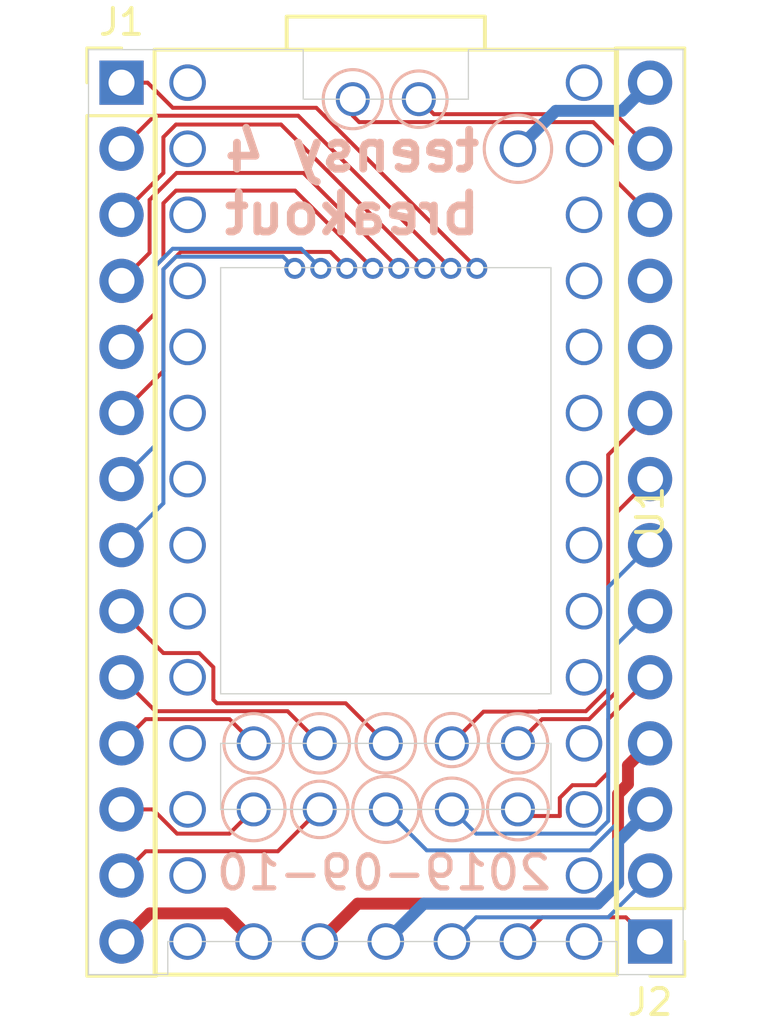
<source format=kicad_pcb>
(kicad_pcb (version 20171130) (host pcbnew "(5.1.2-1)-1")

  (general
    (thickness 1.6)
    (drawings 35)
    (tracks 125)
    (zones 0)
    (modules 3)
    (nets 27)
  )

  (page A4)
  (layers
    (0 F.Cu signal)
    (31 B.Cu signal)
    (32 B.Adhes user)
    (33 F.Adhes user)
    (34 B.Paste user)
    (35 F.Paste user)
    (36 B.SilkS user)
    (37 F.SilkS user)
    (38 B.Mask user)
    (39 F.Mask user)
    (40 Dwgs.User user)
    (41 Cmts.User user)
    (42 Eco1.User user)
    (43 Eco2.User user)
    (44 Edge.Cuts user)
    (45 Margin user)
    (46 B.CrtYd user)
    (47 F.CrtYd user)
    (48 B.Fab user)
    (49 F.Fab user)
  )

  (setup
    (last_trace_width 0.4572)
    (user_trace_width 0.1524)
    (user_trace_width 0.3048)
    (user_trace_width 0.4572)
    (trace_clearance 0.1524)
    (zone_clearance 0.508)
    (zone_45_only no)
    (trace_min 0.1524)
    (via_size 0.6858)
    (via_drill 0.3302)
    (via_min_size 0.508)
    (via_min_drill 0.254)
    (uvia_size 0.3)
    (uvia_drill 0.1)
    (uvias_allowed no)
    (uvia_min_size 0.2)
    (uvia_min_drill 0.1)
    (edge_width 0.05)
    (segment_width 0.2)
    (pcb_text_width 0.3)
    (pcb_text_size 1.5 1.5)
    (mod_edge_width 0.12)
    (mod_text_size 1 1)
    (mod_text_width 0.15)
    (pad_size 1.524 1.524)
    (pad_drill 0.762)
    (pad_to_mask_clearance 0.0508)
    (solder_mask_min_width 0.1016)
    (aux_axis_origin 0 0)
    (visible_elements FFFFFF7F)
    (pcbplotparams
      (layerselection 0x010fc_ffffffff)
      (usegerberextensions false)
      (usegerberattributes false)
      (usegerberadvancedattributes false)
      (creategerberjobfile false)
      (excludeedgelayer true)
      (linewidth 0.100000)
      (plotframeref false)
      (viasonmask false)
      (mode 1)
      (useauxorigin false)
      (hpglpennumber 1)
      (hpglpenspeed 20)
      (hpglpendiameter 15.000000)
      (psnegative false)
      (psa4output false)
      (plotreference true)
      (plotvalue true)
      (plotinvisibletext false)
      (padsonsilk false)
      (subtractmaskfromsilk false)
      (outputformat 1)
      (mirror false)
      (drillshape 1)
      (scaleselection 1)
      (outputdirectory ""))
  )

  (net 0 "")
  (net 1 /VBAT)
  (net 2 /32)
  (net 3 /30)
  (net 4 /33)
  (net 5 /31)
  (net 6 /29)
  (net 7 /DAT1)
  (net 8 /DAT0)
  (net 9 /GND-SD)
  (net 10 /CLK)
  (net 11 /3V3-SD)
  (net 12 /CMD)
  (net 13 /DAT3)
  (net 14 /DAT2)
  (net 15 /VUSB)
  (net 16 /D-)
  (net 17 /D+)
  (net 18 /25)
  (net 19 /27)
  (net 20 /28)
  (net 21 /26)
  (net 22 /24)
  (net 23 /ON_OFF)
  (net 24 /PROGRAM)
  (net 25 /GND-1)
  (net 26 /3V3-1)

  (net_class Default "This is the default net class."
    (clearance 0.1524)
    (trace_width 0.1524)
    (via_dia 0.6858)
    (via_drill 0.3302)
    (uvia_dia 0.3)
    (uvia_drill 0.1)
    (add_net /24)
    (add_net /25)
    (add_net /26)
    (add_net /27)
    (add_net /28)
    (add_net /29)
    (add_net /30)
    (add_net /31)
    (add_net /32)
    (add_net /33)
    (add_net /3V3-1)
    (add_net /3V3-SD)
    (add_net /CLK)
    (add_net /CMD)
    (add_net /D+)
    (add_net /D-)
    (add_net /DAT0)
    (add_net /DAT1)
    (add_net /DAT2)
    (add_net /DAT3)
    (add_net /GND-1)
    (add_net /GND-SD)
    (add_net /ON_OFF)
    (add_net /PROGRAM)
    (add_net /VBAT)
    (add_net /VUSB)
  )

  (net_class Power ""
    (clearance 0.1524)
    (trace_width 0.3048)
    (via_dia 0.6858)
    (via_drill 0.3302)
    (uvia_dia 0.3)
    (uvia_drill 0.1)
  )

  (module Teensy:Teensy40_SMT (layer F.Cu) (tedit 5D52D69C) (tstamp 5D783C16)
    (at 160.02 97.79 270)
    (path /5D7811A6)
    (fp_text reference U1 (at 0 -10.16 90) (layer F.SilkS)
      (effects (font (size 1 1) (thickness 0.15)))
    )
    (fp_text value GND-1 (at 0 10.16 90) (layer F.Fab)
      (effects (font (size 1 1) (thickness 0.15)))
    )
    (fp_line (start 16.51 -8.6) (end 16.51 8.6) (layer Dwgs.User) (width 0.12))
    (fp_poly (pts (xy -9.5 3.25) (xy -7.5 3.25) (xy -7.5 3.75) (xy -9.5 3.75)) (layer Eco1.User) (width 0.1))
    (fp_poly (pts (xy -9.5 2.25) (xy -7.5 2.25) (xy -7.5 2.75) (xy -9.5 2.75)) (layer Eco1.User) (width 0.1))
    (fp_poly (pts (xy -9.5 1.25) (xy -7.5 1.25) (xy -7.5 1.75) (xy -9.5 1.75)) (layer Eco1.User) (width 0.1))
    (fp_poly (pts (xy -9.5 0.25) (xy -7.5 0.25) (xy -7.5 0.75) (xy -9.5 0.75)) (layer Eco1.User) (width 0.1))
    (fp_poly (pts (xy -9.5 -0.75) (xy -7.5 -0.75) (xy -7.5 -0.25) (xy -9.5 -0.25)) (layer Eco1.User) (width 0.1))
    (fp_poly (pts (xy -9.5 -1.75) (xy -7.5 -1.75) (xy -7.5 -1.25) (xy -9.5 -1.25)) (layer Eco1.User) (width 0.1))
    (fp_poly (pts (xy -9.5 -2.75) (xy -7.5 -2.75) (xy -7.5 -2.25) (xy -9.5 -2.25)) (layer Eco1.User) (width 0.1))
    (fp_poly (pts (xy -9.5 -3.75) (xy -7.5 -3.75) (xy -7.5 -3.25) (xy -9.5 -3.25)) (layer Eco1.User) (width 0.1))
    (fp_poly (pts (xy -17.272 -0.762) (xy -14.732 -0.762) (xy -14.732 -1.778) (xy -17.272 -1.778)) (layer Eco1.User) (width 0.1))
    (fp_poly (pts (xy -17.272 1.778) (xy -14.732 1.778) (xy -14.732 0.762) (xy -17.272 0.762)) (layer Eco1.User) (width 0.1))
    (fp_poly (pts (xy 6.858 5.588) (xy 9.398 5.588) (xy 9.398 4.572) (xy 6.858 4.572)) (layer Eco1.User) (width 0.1))
    (fp_poly (pts (xy 6.858 3.048) (xy 9.398 3.048) (xy 9.398 2.032) (xy 6.858 2.032)) (layer Eco1.User) (width 0.1))
    (fp_poly (pts (xy 6.858 0.508) (xy 9.398 0.508) (xy 9.398 -0.508) (xy 6.858 -0.508)) (layer Eco1.User) (width 0.1))
    (fp_poly (pts (xy 6.858 -2.032) (xy 9.398 -2.032) (xy 9.398 -3.048) (xy 6.858 -3.048)) (layer Eco1.User) (width 0.1))
    (fp_poly (pts (xy 6.858 -4.572) (xy 9.398 -4.572) (xy 9.398 -5.588) (xy 6.858 -5.588)) (layer Eco1.User) (width 0.1))
    (fp_poly (pts (xy 10.922 -4.572) (xy 13.462 -4.572) (xy 13.462 -5.588) (xy 10.922 -5.588)) (layer Eco1.User) (width 0.1))
    (fp_poly (pts (xy 10.922 -2.032) (xy 13.462 -2.032) (xy 13.462 -3.048) (xy 10.922 -3.048)) (layer Eco1.User) (width 0.1))
    (fp_poly (pts (xy 10.922 0.508) (xy 13.462 0.508) (xy 13.462 -0.508) (xy 10.922 -0.508)) (layer Eco1.User) (width 0.1))
    (fp_poly (pts (xy 10.922 3.048) (xy 13.462 3.048) (xy 13.462 2.032) (xy 10.922 2.032)) (layer Eco1.User) (width 0.1))
    (fp_poly (pts (xy 10.922 5.588) (xy 13.462 5.588) (xy 13.462 4.572) (xy 10.922 4.572)) (layer Eco1.User) (width 0.1))
    (fp_line (start 13.97 8.6) (end 13.97 -8.6) (layer Dwgs.User) (width 0.12))
    (fp_line (start 16.51 8.6) (end 13.97 8.6) (layer Dwgs.User) (width 0.12))
    (fp_line (start 13.97 -8.6) (end 16.51 -8.6) (layer Dwgs.User) (width 0.12))
    (fp_line (start 11.43 -8.6) (end 8.89 -8.6) (layer Dwgs.User) (width 0.12))
    (fp_line (start 11.43 8.6) (end 11.43 -8.6) (layer Dwgs.User) (width 0.12))
    (fp_line (start 8.89 8.6) (end 11.43 8.6) (layer Dwgs.User) (width 0.12))
    (fp_line (start 8.89 -8.6) (end 8.89 8.6) (layer Dwgs.User) (width 0.12))
    (fp_line (start 7 -7.64) (end 7 7.6) (layer Dwgs.User) (width 0.12))
    (fp_line (start -9.39 -7.62) (end 7 -7.6) (layer Dwgs.User) (width 0.12))
    (fp_line (start -9.39 7.62) (end 7 7.62) (layer Dwgs.User) (width 0.12))
    (fp_line (start -9.39 -7.62) (end -9.39 7.62) (layer Dwgs.User) (width 0.12))
    (fp_line (start -17.78 -7.62) (end -17.78 7.62) (layer Dwgs.User) (width 0.12))
    (fp_line (start -17.78 7.62) (end -15.875 7.62) (layer Dwgs.User) (width 0.12))
    (fp_line (start -17.78 -7.62) (end -15.875 -7.62) (layer Dwgs.User) (width 0.12))
    (fp_line (start -15.875 -7.62) (end -15.875 7.62) (layer Dwgs.User) (width 0.15))
    (fp_line (start -19.05 3.81) (end -17.78 3.81) (layer F.SilkS) (width 0.15))
    (fp_line (start -19.05 -3.81) (end -19.05 3.81) (layer F.SilkS) (width 0.15))
    (fp_line (start -17.78 -3.81) (end -19.05 -3.81) (layer F.SilkS) (width 0.15))
    (fp_line (start 17.78 -8.89) (end -17.78 -8.89) (layer F.SilkS) (width 0.15))
    (fp_line (start 17.78 8.89) (end 17.78 -8.89) (layer F.SilkS) (width 0.15))
    (fp_line (start -17.78 8.89) (end 17.78 8.89) (layer F.SilkS) (width 0.15))
    (fp_line (start -17.78 -8.89) (end -17.78 8.89) (layer F.SilkS) (width 0.15))
    (pad 13 thru_hole circle (at 13.97 7.62 270) (size 1.404 1.404) (drill 1.1) (layers *.Cu *.Mask))
    (pad 33 thru_hole circle (at -16.51 -7.62 270) (size 1.404 1.404) (drill 1.1) (layers *.Cu *.Mask))
    (pad 34 thru_hole circle (at -13.97 -5.08 270) (size 1.404 1.404) (drill 1.1) (layers *.Cu *.Mask)
      (net 15 /VUSB))
    (pad 32 thru_hole circle (at -13.97 -7.62 270) (size 1.404 1.404) (drill 1.1) (layers *.Cu *.Mask))
    (pad 31 thru_hole circle (at -11.43 -7.62 270) (size 1.404 1.404) (drill 1.1) (layers *.Cu *.Mask))
    (pad 30 thru_hole circle (at -8.89 -7.62 270) (size 1.404 1.404) (drill 1.1) (layers *.Cu *.Mask))
    (pad 29 thru_hole circle (at -6.35 -7.62 270) (size 1.404 1.404) (drill 1.1) (layers *.Cu *.Mask))
    (pad 28 thru_hole circle (at -3.81 -7.62 270) (size 1.404 1.404) (drill 1.1) (layers *.Cu *.Mask))
    (pad 27 thru_hole circle (at -1.27 -7.62 270) (size 1.404 1.404) (drill 1.1) (layers *.Cu *.Mask))
    (pad 26 thru_hole circle (at 1.27 -7.62 270) (size 1.404 1.404) (drill 1.1) (layers *.Cu *.Mask))
    (pad 25 thru_hole circle (at 3.81 -7.62 270) (size 1.404 1.404) (drill 1.1) (layers *.Cu *.Mask))
    (pad 24 thru_hole circle (at 6.35 -7.62 270) (size 1.404 1.404) (drill 1.1) (layers *.Cu *.Mask))
    (pad 23 thru_hole circle (at 8.89 -7.62 270) (size 1.404 1.404) (drill 1.1) (layers *.Cu *.Mask))
    (pad 22 thru_hole circle (at 11.43 -7.62 270) (size 1.404 1.404) (drill 1.1) (layers *.Cu *.Mask))
    (pad 21 thru_hole circle (at 13.97 -7.62 270) (size 1.404 1.404) (drill 1.1) (layers *.Cu *.Mask))
    (pad 20 thru_hole circle (at 16.51 -7.62 270) (size 1.404 1.404) (drill 1.1) (layers *.Cu *.Mask))
    (pad 19 thru_hole circle (at 16.51 -5.08 270) (size 1.404 1.404) (drill 1.1) (layers *.Cu *.Mask)
      (net 23 /ON_OFF))
    (pad 18 thru_hole circle (at 16.51 -2.54 270) (size 1.404 1.404) (drill 1.1) (layers *.Cu *.Mask)
      (net 24 /PROGRAM))
    (pad 17 thru_hole circle (at 16.51 0 270) (size 1.404 1.404) (drill 1.1) (layers *.Cu *.Mask)
      (net 25 /GND-1))
    (pad 16 thru_hole circle (at 16.51 2.54 270) (size 1.404 1.404) (drill 1.1) (layers *.Cu *.Mask)
      (net 26 /3V3-1))
    (pad 15 thru_hole circle (at 16.51 5.08 270) (size 1.404 1.404) (drill 1.1) (layers *.Cu *.Mask)
      (net 1 /VBAT))
    (pad 14 thru_hole circle (at 16.51 7.62 270) (size 1.404 1.404) (drill 1.1) (layers *.Cu *.Mask))
    (pad 12 thru_hole circle (at 11.43 7.62 270) (size 1.404 1.404) (drill 1.1) (layers *.Cu *.Mask))
    (pad 11 thru_hole circle (at 8.89 7.62 270) (size 1.404 1.404) (drill 1.1) (layers *.Cu *.Mask))
    (pad 10 thru_hole circle (at 6.35 7.62 270) (size 1.404 1.404) (drill 1.1) (layers *.Cu *.Mask))
    (pad 9 thru_hole circle (at 3.81 7.62 270) (size 1.404 1.404) (drill 1.1) (layers *.Cu *.Mask))
    (pad 8 thru_hole circle (at 1.27 7.62 270) (size 1.404 1.404) (drill 1.1) (layers *.Cu *.Mask))
    (pad 7 thru_hole circle (at -1.27 7.62 270) (size 1.404 1.404) (drill 1.1) (layers *.Cu *.Mask))
    (pad 6 thru_hole circle (at -3.81 7.62 270) (size 1.404 1.404) (drill 1.1) (layers *.Cu *.Mask))
    (pad 5 thru_hole circle (at -6.35 7.62 270) (size 1.404 1.404) (drill 1.1) (layers *.Cu *.Mask))
    (pad 4 thru_hole circle (at -8.89 7.62 270) (size 1.404 1.404) (drill 1.1) (layers *.Cu *.Mask))
    (pad 3 thru_hole circle (at -11.43 7.62 270) (size 1.404 1.404) (drill 1.1) (layers *.Cu *.Mask))
    (pad 54 thru_hole circle (at -15.875 1.27 270) (size 1.304 1.304) (drill 1) (layers *.Cu *.Mask)
      (net 17 /D+))
    (pad 53 thru_hole circle (at -15.875 -1.27 270) (size 1.304 1.304) (drill 1) (layers *.Cu *.Mask)
      (net 16 /D-))
    (pad 52 thru_hole circle (at -9.3716 3.5 270) (size 0.804 0.804) (drill 0.5) (layers *.Cu *.Mask)
      (net 14 /DAT2))
    (pad 51 thru_hole circle (at -9.3716 2.5 270) (size 0.804 0.804) (drill 0.5) (layers *.Cu *.Mask)
      (net 13 /DAT3))
    (pad 50 thru_hole circle (at -9.3716 1.5 270) (size 0.804 0.804) (drill 0.5) (layers *.Cu *.Mask)
      (net 12 /CMD))
    (pad 49 thru_hole circle (at -9.3716 0.5 270) (size 0.804 0.804) (drill 0.5) (layers *.Cu *.Mask)
      (net 11 /3V3-SD))
    (pad 48 thru_hole circle (at -9.3716 -0.5 270) (size 0.804 0.804) (drill 0.5) (layers *.Cu *.Mask)
      (net 10 /CLK))
    (pad 47 thru_hole circle (at -9.3716 -1.5 270) (size 0.804 0.804) (drill 0.5) (layers *.Cu *.Mask)
      (net 9 /GND-SD))
    (pad 46 thru_hole circle (at -9.3716 -2.5 270) (size 0.804 0.804) (drill 0.5) (layers *.Cu *.Mask)
      (net 8 /DAT0))
    (pad 45 thru_hole circle (at -9.3716 -3.5 270) (size 0.804 0.804) (drill 0.5) (layers *.Cu *.Mask)
      (net 7 /DAT1))
    (pad 44 thru_hole circle (at 8.89 5.08 270) (size 1.304 1.304) (drill 1) (layers *.Cu *.Mask)
      (net 4 /33))
    (pad 43 thru_hole circle (at 11.43 5.08 270) (size 1.304 1.304) (drill 1) (layers *.Cu *.Mask)
      (net 2 /32))
    (pad 42 thru_hole circle (at 8.89 2.54 270) (size 1.304 1.304) (drill 1) (layers *.Cu *.Mask)
      (net 5 /31))
    (pad 41 thru_hole circle (at 11.43 2.54 270) (size 1.304 1.304) (drill 1) (layers *.Cu *.Mask)
      (net 3 /30))
    (pad 40 thru_hole circle (at 8.89 0 270) (size 1.304 1.304) (drill 1) (layers *.Cu *.Mask)
      (net 6 /29))
    (pad 39 thru_hole circle (at 11.43 0 270) (size 1.304 1.304) (drill 1) (layers *.Cu *.Mask)
      (net 20 /28))
    (pad 38 thru_hole circle (at 8.89 -2.54 270) (size 1.304 1.304) (drill 1) (layers *.Cu *.Mask)
      (net 19 /27))
    (pad 37 thru_hole circle (at 11.43 -2.54 270) (size 1.304 1.304) (drill 1) (layers *.Cu *.Mask)
      (net 21 /26))
    (pad 36 thru_hole circle (at 8.89 -5.08 270) (size 1.304 1.304) (drill 1) (layers *.Cu *.Mask)
      (net 18 /25))
    (pad 35 thru_hole circle (at 11.43 -5.08 270) (size 1.304 1.304) (drill 1) (layers *.Cu *.Mask)
      (net 22 /24))
    (pad 2 thru_hole circle (at -13.97 7.62 270) (size 1.404 1.404) (drill 1.1) (layers *.Cu *.Mask))
    (pad 1 thru_hole circle (at -16.51 7.62 270) (size 1.404 1.404) (drill 1.1) (layers *.Cu *.Mask))
  )

  (module Connector_PinHeader_2.54mm:PinHeader_1x14_P2.54mm_Vertical (layer F.Cu) (tedit 59FED5CC) (tstamp 5D783E6B)
    (at 170.18 114.3 180)
    (descr "Through hole straight pin header, 1x14, 2.54mm pitch, single row")
    (tags "Through hole pin header THT 1x14 2.54mm single row")
    (path /5D785C4E)
    (fp_text reference J2 (at 0 -2.33) (layer F.SilkS)
      (effects (font (size 1 1) (thickness 0.15)))
    )
    (fp_text value Conn_01x14 (at 0 35.35) (layer F.Fab)
      (effects (font (size 1 1) (thickness 0.15)))
    )
    (fp_text user %R (at 0 16.51 90) (layer F.Fab)
      (effects (font (size 1 1) (thickness 0.15)))
    )
    (fp_line (start 1.8 -1.8) (end -1.8 -1.8) (layer F.CrtYd) (width 0.05))
    (fp_line (start 1.8 34.8) (end 1.8 -1.8) (layer F.CrtYd) (width 0.05))
    (fp_line (start -1.8 34.8) (end 1.8 34.8) (layer F.CrtYd) (width 0.05))
    (fp_line (start -1.8 -1.8) (end -1.8 34.8) (layer F.CrtYd) (width 0.05))
    (fp_line (start -1.33 -1.33) (end 0 -1.33) (layer F.SilkS) (width 0.12))
    (fp_line (start -1.33 0) (end -1.33 -1.33) (layer F.SilkS) (width 0.12))
    (fp_line (start -1.33 1.27) (end 1.33 1.27) (layer F.SilkS) (width 0.12))
    (fp_line (start 1.33 1.27) (end 1.33 34.35) (layer F.SilkS) (width 0.12))
    (fp_line (start -1.33 1.27) (end -1.33 34.35) (layer F.SilkS) (width 0.12))
    (fp_line (start -1.33 34.35) (end 1.33 34.35) (layer F.SilkS) (width 0.12))
    (fp_line (start -1.27 -0.635) (end -0.635 -1.27) (layer F.Fab) (width 0.1))
    (fp_line (start -1.27 34.29) (end -1.27 -0.635) (layer F.Fab) (width 0.1))
    (fp_line (start 1.27 34.29) (end -1.27 34.29) (layer F.Fab) (width 0.1))
    (fp_line (start 1.27 -1.27) (end 1.27 34.29) (layer F.Fab) (width 0.1))
    (fp_line (start -0.635 -1.27) (end 1.27 -1.27) (layer F.Fab) (width 0.1))
    (pad 14 thru_hole oval (at 0 33.02 180) (size 1.7 1.7) (drill 1) (layers *.Cu *.Mask)
      (net 15 /VUSB))
    (pad 13 thru_hole oval (at 0 30.48 180) (size 1.7 1.7) (drill 1) (layers *.Cu *.Mask)
      (net 16 /D-))
    (pad 12 thru_hole oval (at 0 27.94 180) (size 1.7 1.7) (drill 1) (layers *.Cu *.Mask)
      (net 17 /D+))
    (pad 11 thru_hole oval (at 0 25.4 180) (size 1.7 1.7) (drill 1) (layers *.Cu *.Mask))
    (pad 10 thru_hole oval (at 0 22.86 180) (size 1.7 1.7) (drill 1) (layers *.Cu *.Mask))
    (pad 9 thru_hole oval (at 0 20.32 180) (size 1.7 1.7) (drill 1) (layers *.Cu *.Mask)
      (net 19 /27))
    (pad 8 thru_hole oval (at 0 17.78 180) (size 1.7 1.7) (drill 1) (layers *.Cu *.Mask)
      (net 18 /25))
    (pad 7 thru_hole oval (at 0 15.24 180) (size 1.7 1.7) (drill 1) (layers *.Cu *.Mask)
      (net 21 /26))
    (pad 6 thru_hole oval (at 0 12.7 180) (size 1.7 1.7) (drill 1) (layers *.Cu *.Mask)
      (net 20 /28))
    (pad 5 thru_hole oval (at 0 10.16 180) (size 1.7 1.7) (drill 1) (layers *.Cu *.Mask)
      (net 22 /24))
    (pad 4 thru_hole oval (at 0 7.62 180) (size 1.7 1.7) (drill 1) (layers *.Cu *.Mask)
      (net 26 /3V3-1))
    (pad 3 thru_hole oval (at 0 5.08 180) (size 1.7 1.7) (drill 1) (layers *.Cu *.Mask)
      (net 25 /GND-1))
    (pad 2 thru_hole oval (at 0 2.54 180) (size 1.7 1.7) (drill 1) (layers *.Cu *.Mask)
      (net 24 /PROGRAM))
    (pad 1 thru_hole rect (at 0 0 180) (size 1.7 1.7) (drill 1) (layers *.Cu *.Mask)
      (net 23 /ON_OFF))
    (model ${KISYS3DMOD}/Connector_PinHeader_2.54mm.3dshapes/PinHeader_1x14_P2.54mm_Vertical.wrl
      (at (xyz 0 0 0))
      (scale (xyz 1 1 1))
      (rotate (xyz 0 0 0))
    )
  )

  (module Connector_PinHeader_2.54mm:PinHeader_1x14_P2.54mm_Vertical (layer F.Cu) (tedit 59FED5CC) (tstamp 5D783F11)
    (at 149.86 81.28)
    (descr "Through hole straight pin header, 1x14, 2.54mm pitch, single row")
    (tags "Through hole pin header THT 1x14 2.54mm single row")
    (path /5D782E4C)
    (fp_text reference J1 (at 0 -2.33) (layer F.SilkS)
      (effects (font (size 1 1) (thickness 0.15)))
    )
    (fp_text value Conn_01x14 (at 0 35.35) (layer F.Fab)
      (effects (font (size 1 1) (thickness 0.15)))
    )
    (fp_text user %R (at 0 16.51 90) (layer F.Fab)
      (effects (font (size 1 1) (thickness 0.15)))
    )
    (fp_line (start 1.8 -1.8) (end -1.8 -1.8) (layer F.CrtYd) (width 0.05))
    (fp_line (start 1.8 34.8) (end 1.8 -1.8) (layer F.CrtYd) (width 0.05))
    (fp_line (start -1.8 34.8) (end 1.8 34.8) (layer F.CrtYd) (width 0.05))
    (fp_line (start -1.8 -1.8) (end -1.8 34.8) (layer F.CrtYd) (width 0.05))
    (fp_line (start -1.33 -1.33) (end 0 -1.33) (layer F.SilkS) (width 0.12))
    (fp_line (start -1.33 0) (end -1.33 -1.33) (layer F.SilkS) (width 0.12))
    (fp_line (start -1.33 1.27) (end 1.33 1.27) (layer F.SilkS) (width 0.12))
    (fp_line (start 1.33 1.27) (end 1.33 34.35) (layer F.SilkS) (width 0.12))
    (fp_line (start -1.33 1.27) (end -1.33 34.35) (layer F.SilkS) (width 0.12))
    (fp_line (start -1.33 34.35) (end 1.33 34.35) (layer F.SilkS) (width 0.12))
    (fp_line (start -1.27 -0.635) (end -0.635 -1.27) (layer F.Fab) (width 0.1))
    (fp_line (start -1.27 34.29) (end -1.27 -0.635) (layer F.Fab) (width 0.1))
    (fp_line (start 1.27 34.29) (end -1.27 34.29) (layer F.Fab) (width 0.1))
    (fp_line (start 1.27 -1.27) (end 1.27 34.29) (layer F.Fab) (width 0.1))
    (fp_line (start -0.635 -1.27) (end 1.27 -1.27) (layer F.Fab) (width 0.1))
    (pad 14 thru_hole oval (at 0 33.02) (size 1.7 1.7) (drill 1) (layers *.Cu *.Mask)
      (net 1 /VBAT))
    (pad 13 thru_hole oval (at 0 30.48) (size 1.7 1.7) (drill 1) (layers *.Cu *.Mask)
      (net 3 /30))
    (pad 12 thru_hole oval (at 0 27.94) (size 1.7 1.7) (drill 1) (layers *.Cu *.Mask)
      (net 2 /32))
    (pad 11 thru_hole oval (at 0 25.4) (size 1.7 1.7) (drill 1) (layers *.Cu *.Mask)
      (net 4 /33))
    (pad 10 thru_hole oval (at 0 22.86) (size 1.7 1.7) (drill 1) (layers *.Cu *.Mask)
      (net 5 /31))
    (pad 9 thru_hole oval (at 0 20.32) (size 1.7 1.7) (drill 1) (layers *.Cu *.Mask)
      (net 6 /29))
    (pad 8 thru_hole oval (at 0 17.78) (size 1.7 1.7) (drill 1) (layers *.Cu *.Mask)
      (net 14 /DAT2))
    (pad 7 thru_hole oval (at 0 15.24) (size 1.7 1.7) (drill 1) (layers *.Cu *.Mask)
      (net 13 /DAT3))
    (pad 6 thru_hole oval (at 0 12.7) (size 1.7 1.7) (drill 1) (layers *.Cu *.Mask)
      (net 12 /CMD))
    (pad 5 thru_hole oval (at 0 10.16) (size 1.7 1.7) (drill 1) (layers *.Cu *.Mask)
      (net 11 /3V3-SD))
    (pad 4 thru_hole oval (at 0 7.62) (size 1.7 1.7) (drill 1) (layers *.Cu *.Mask)
      (net 10 /CLK))
    (pad 3 thru_hole oval (at 0 5.08) (size 1.7 1.7) (drill 1) (layers *.Cu *.Mask)
      (net 9 /GND-SD))
    (pad 2 thru_hole oval (at 0 2.54) (size 1.7 1.7) (drill 1) (layers *.Cu *.Mask)
      (net 8 /DAT0))
    (pad 1 thru_hole rect (at 0 0) (size 1.7 1.7) (drill 1) (layers *.Cu *.Mask)
      (net 7 /DAT1))
    (model ${KISYS3DMOD}/Connector_PinHeader_2.54mm.3dshapes/PinHeader_1x14_P2.54mm_Vertical.wrl
      (at (xyz 0 0 0))
      (scale (xyz 1 1 1))
      (rotate (xyz 0 0 0))
    )
  )

  (gr_circle (center 154.94 109.22) (end 155.321 110.363) (layer B.SilkS) (width 0.12))
  (gr_circle (center 157.48 109.22) (end 157.861 110.236) (layer B.SilkS) (width 0.12))
  (gr_circle (center 160.02 109.22) (end 160.02 110.49) (layer B.SilkS) (width 0.12))
  (gr_circle (center 162.56 109.22) (end 162.941 110.363) (layer B.SilkS) (width 0.12))
  (gr_circle (center 165.1 109.22) (end 165.354 110.363) (layer B.SilkS) (width 0.12))
  (gr_circle (center 165.1 106.68) (end 165.1 105.537) (layer B.SilkS) (width 0.12))
  (gr_circle (center 162.56 106.553) (end 162.433 105.537) (layer B.SilkS) (width 0.12))
  (gr_circle (center 160.02 106.68) (end 160.02 105.537) (layer B.SilkS) (width 0.12))
  (gr_circle (center 157.48 106.68) (end 157.48 105.537) (layer B.SilkS) (width 0.12))
  (gr_circle (center 154.94 106.68) (end 154.94 105.537) (layer B.SilkS) (width 0.12))
  (gr_circle (center 158.75 81.915) (end 159.258 82.931) (layer B.SilkS) (width 0.12))
  (gr_circle (center 161.29 81.915) (end 161.671 82.931) (layer B.SilkS) (width 0.12))
  (gr_circle (center 165.1 83.82) (end 165.354 85.09) (layer B.SilkS) (width 0.12))
  (gr_text 2019-09-10 (at 159.9438 111.6584) (layer B.SilkS)
    (effects (font (size 1.27 1.27) (thickness 0.2032)) (justify mirror))
  )
  (gr_text "teensy 4\nbreakout\n" (at 158.7246 85.1154) (layer B.SilkS)
    (effects (font (size 1.5 1.5) (thickness 0.3)) (justify mirror))
  )
  (gr_line (start 151.638 115.57) (end 148.59 115.57) (layer Edge.Cuts) (width 0.05) (tstamp 5D783CE7))
  (gr_line (start 151.638 114.3) (end 151.638 115.57) (layer Edge.Cuts) (width 0.05))
  (gr_line (start 168.91 114.3) (end 151.638 114.3) (layer Edge.Cuts) (width 0.05))
  (gr_line (start 168.91 115.57) (end 168.91 114.3) (layer Edge.Cuts) (width 0.05))
  (gr_line (start 171.45 115.57) (end 168.91 115.57) (layer Edge.Cuts) (width 0.05))
  (gr_line (start 166.37 109.22) (end 166.37 106.68) (layer Edge.Cuts) (width 0.05) (tstamp 5D783CE3))
  (gr_line (start 153.67 109.22) (end 166.37 109.22) (layer Edge.Cuts) (width 0.05))
  (gr_line (start 153.67 106.68) (end 153.67 109.22) (layer Edge.Cuts) (width 0.05))
  (gr_line (start 153.67 104.775) (end 153.67 88.392) (layer Edge.Cuts) (width 0.05) (tstamp 5D783CE2))
  (gr_line (start 166.37 104.775) (end 153.67 104.775) (layer Edge.Cuts) (width 0.05))
  (gr_line (start 166.37 88.392) (end 166.37 104.775) (layer Edge.Cuts) (width 0.05))
  (gr_line (start 153.67 88.392) (end 166.37 88.392) (layer Edge.Cuts) (width 0.05))
  (gr_line (start 166.37 106.68) (end 153.67 106.68) (layer Edge.Cuts) (width 0.05))
  (gr_line (start 156.845 80.01) (end 148.59 80.01) (layer Edge.Cuts) (width 0.05) (tstamp 5D7838C8))
  (gr_line (start 156.845 81.915) (end 156.845 80.01) (layer Edge.Cuts) (width 0.05))
  (gr_line (start 163.195 81.915) (end 156.845 81.915) (layer Edge.Cuts) (width 0.05))
  (gr_line (start 163.195 80.01) (end 163.195 81.915) (layer Edge.Cuts) (width 0.05))
  (gr_line (start 171.45 80.01) (end 163.195 80.01) (layer Edge.Cuts) (width 0.05))
  (gr_line (start 148.59 115.57) (end 148.59 80.01) (layer Edge.Cuts) (width 0.05) (tstamp 5D783282))
  (gr_line (start 171.45 80.01) (end 171.45 115.57) (layer Edge.Cuts) (width 0.05))

  (segment (start 154.009399 113.369399) (end 154.68639 114.04639) (width 0.1524) (layer F.Cu) (net 1) (status 20))
  (segment (start 150.790601 113.369399) (end 154.009399 113.369399) (width 0.1524) (layer F.Cu) (net 1))
  (segment (start 149.86 114.3) (end 150.790601 113.369399) (width 0.1524) (layer F.Cu) (net 1) (status 10))
  (segment (start 153.856999 113.216999) (end 154.53399 113.89399) (width 0.4572) (layer F.Cu) (net 1) (status 20))
  (segment (start 150.943001 113.216999) (end 153.856999 113.216999) (width 0.4572) (layer F.Cu) (net 1))
  (segment (start 149.86 114.3) (end 150.943001 113.216999) (width 0.4572) (layer F.Cu) (net 1) (status 10))
  (segment (start 154.009399 110.150601) (end 154.68639 109.47361) (width 0.1524) (layer F.Cu) (net 2) (status 20))
  (segment (start 151.992682 110.150601) (end 154.009399 110.150601) (width 0.1524) (layer F.Cu) (net 2))
  (segment (start 151.062081 109.22) (end 151.992682 110.150601) (width 0.1524) (layer F.Cu) (net 2))
  (segment (start 149.86 109.22) (end 151.062081 109.22) (width 0.1524) (layer F.Cu) (net 2) (status 10))
  (segment (start 150.790601 110.829399) (end 155.870601 110.829399) (width 0.1524) (layer F.Cu) (net 3))
  (segment (start 155.870601 110.829399) (end 157.22639 109.47361) (width 0.1524) (layer F.Cu) (net 3) (status 20))
  (segment (start 149.86 111.76) (end 150.790601 110.829399) (width 0.1524) (layer F.Cu) (net 3) (status 10))
  (segment (start 150.790601 105.749399) (end 154.009399 105.749399) (width 0.1524) (layer F.Cu) (net 4))
  (segment (start 154.009399 105.749399) (end 154.68639 106.42639) (width 0.1524) (layer F.Cu) (net 4) (status 20))
  (segment (start 149.86 106.68) (end 150.790601 105.749399) (width 0.1524) (layer F.Cu) (net 4) (status 10))
  (segment (start 149.86 104.14) (end 151.164588 105.444588) (width 0.1524) (layer F.Cu) (net 5) (status 10))
  (segment (start 156.244588 105.444588) (end 157.22639 106.42639) (width 0.1524) (layer F.Cu) (net 5) (status 20))
  (segment (start 151.164588 105.444588) (end 156.244588 105.444588) (width 0.1524) (layer F.Cu) (net 5))
  (segment (start 153.39062 103.75333) (end 153.39062 105.005087) (width 0.1524) (layer F.Cu) (net 6))
  (segment (start 153.52531 105.139777) (end 158.479777 105.139777) (width 0.1524) (layer F.Cu) (net 6))
  (segment (start 152.846689 103.209399) (end 153.39062 103.75333) (width 0.1524) (layer F.Cu) (net 6))
  (segment (start 149.86 101.6) (end 151.469399 103.209399) (width 0.1524) (layer F.Cu) (net 6) (status 10))
  (segment (start 151.469399 103.209399) (end 152.846689 103.209399) (width 0.1524) (layer F.Cu) (net 6))
  (segment (start 153.39062 105.005087) (end 153.52531 105.139777) (width 0.1524) (layer F.Cu) (net 6))
  (segment (start 158.479777 105.139777) (end 159.76639 106.42639) (width 0.1524) (layer F.Cu) (net 6) (status 20))
  (segment (start 149.86 81.28) (end 150.8624 81.28) (width 0.1524) (layer F.Cu) (net 7) (status 10))
  (segment (start 150.8624 81.28) (end 151.827589 82.245189) (width 0.1524) (layer F.Cu) (net 7))
  (segment (start 151.827589 82.245189) (end 157.346789 82.245189) (width 0.1524) (layer F.Cu) (net 7))
  (segment (start 157.346789 82.245189) (end 163.23999 88.13839) (width 0.1524) (layer F.Cu) (net 7) (status 20))
  (segment (start 151.13 82.55) (end 156.6516 82.55) (width 0.1524) (layer F.Cu) (net 8))
  (segment (start 149.86 83.82) (end 151.13 82.55) (width 0.1524) (layer F.Cu) (net 8) (status 10))
  (segment (start 156.6516 82.55) (end 162.23999 88.13839) (width 0.1524) (layer F.Cu) (net 8) (status 20))
  (segment (start 151.469399 84.750601) (end 151.469399 83.373311) (width 0.1524) (layer F.Cu) (net 9))
  (segment (start 151.953311 82.889399) (end 155.990999 82.889399) (width 0.1524) (layer F.Cu) (net 9))
  (segment (start 155.990999 82.889399) (end 161.23999 88.13839) (width 0.1524) (layer F.Cu) (net 9) (status 20))
  (segment (start 149.86 86.36) (end 151.469399 84.750601) (width 0.1524) (layer F.Cu) (net 9) (status 10))
  (segment (start 151.469399 83.373311) (end 151.953311 82.889399) (width 0.1524) (layer F.Cu) (net 9))
  (segment (start 150.938601 87.821399) (end 150.938601 85.787601) (width 0.1524) (layer F.Cu) (net 10))
  (segment (start 149.86 88.9) (end 150.938601 87.821399) (width 0.1524) (layer F.Cu) (net 10) (status 10))
  (segment (start 151.975601 84.750601) (end 156.852201 84.750601) (width 0.1524) (layer F.Cu) (net 10))
  (segment (start 150.938601 85.787601) (end 151.975601 84.750601) (width 0.1524) (layer F.Cu) (net 10))
  (segment (start 156.852201 84.750601) (end 160.23999 88.13839) (width 0.1524) (layer F.Cu) (net 10) (status 20))
  (segment (start 151.469399 88.022245) (end 151.469399 85.913311) (width 0.1524) (layer F.Cu) (net 11))
  (segment (start 156.530999 85.429399) (end 159.23999 88.13839) (width 0.1524) (layer F.Cu) (net 11) (status 20))
  (segment (start 151.164588 90.135412) (end 151.164588 88.327055) (width 0.1524) (layer F.Cu) (net 11))
  (segment (start 151.164588 88.327055) (end 151.469399 88.022245) (width 0.1524) (layer F.Cu) (net 11))
  (segment (start 151.469399 85.913311) (end 151.953311 85.429399) (width 0.1524) (layer F.Cu) (net 11))
  (segment (start 149.86 91.44) (end 151.164588 90.135412) (width 0.1524) (layer F.Cu) (net 11) (status 10))
  (segment (start 151.953311 85.429399) (end 156.530999 85.429399) (width 0.1524) (layer F.Cu) (net 11))
  (segment (start 157.889399 87.787799) (end 158.23999 88.13839) (width 0.1524) (layer F.Cu) (net 12) (status 20))
  (segment (start 149.86 93.98) (end 151.469399 92.370601) (width 0.1524) (layer F.Cu) (net 12) (status 10))
  (segment (start 151.469399 92.370601) (end 151.469399 88.453311) (width 0.1524) (layer F.Cu) (net 12))
  (segment (start 152.134911 87.787799) (end 157.889399 87.787799) (width 0.1524) (layer F.Cu) (net 12))
  (segment (start 151.469399 88.453311) (end 152.134911 87.787799) (width 0.1524) (layer F.Cu) (net 12))
  (segment (start 156.766188 87.664588) (end 157.23999 88.13839) (width 0.1524) (layer B.Cu) (net 13) (status 20))
  (segment (start 149.86 96.52) (end 151.164588 95.215412) (width 0.1524) (layer B.Cu) (net 13) (status 10))
  (segment (start 151.164588 88.327055) (end 151.827055 87.664588) (width 0.1524) (layer B.Cu) (net 13))
  (segment (start 151.164588 95.215412) (end 151.164588 88.327055) (width 0.1524) (layer B.Cu) (net 13))
  (segment (start 151.827055 87.664588) (end 156.766188 87.664588) (width 0.1524) (layer B.Cu) (net 13))
  (segment (start 156.070999 87.969399) (end 156.23999 88.13839) (width 0.1524) (layer B.Cu) (net 14) (status 20))
  (segment (start 151.469399 97.450601) (end 151.469399 88.453311) (width 0.1524) (layer B.Cu) (net 14))
  (segment (start 151.953311 87.969399) (end 156.070999 87.969399) (width 0.1524) (layer B.Cu) (net 14))
  (segment (start 149.86 99.06) (end 151.469399 97.450601) (width 0.1524) (layer B.Cu) (net 14) (status 10))
  (segment (start 151.469399 88.453311) (end 151.953311 87.969399) (width 0.1524) (layer B.Cu) (net 14))
  (segment (start 166.556999 82.363001) (end 165.1 83.82) (width 0.4572) (layer B.Cu) (net 15) (status 20))
  (segment (start 169.096999 82.363001) (end 166.556999 82.363001) (width 0.4572) (layer B.Cu) (net 15))
  (segment (start 170.18 81.28) (end 169.096999 82.363001) (width 0.4572) (layer B.Cu) (net 15) (status 10))
  (segment (start 170.18 83.82) (end 168.85079 82.49079) (width 0.1524) (layer F.Cu) (net 16) (status 10))
  (segment (start 168.85079 82.49079) (end 161.86579 82.49079) (width 0.1524) (layer F.Cu) (net 16))
  (segment (start 161.86579 82.49079) (end 161.54361 82.16861) (width 0.1524) (layer F.Cu) (net 16) (status 20))
  (segment (start 170.18 86.36) (end 168.91 85.09) (width 0.1524) (layer F.Cu) (net 17) (status 10))
  (segment (start 167.992891 82.795601) (end 158.995601 82.795601) (width 0.1524) (layer F.Cu) (net 17))
  (segment (start 168.91 83.71271) (end 167.992891 82.795601) (width 0.1524) (layer F.Cu) (net 17))
  (segment (start 168.91 85.09) (end 168.91 83.71271) (width 0.1524) (layer F.Cu) (net 17))
  (segment (start 158.75 82.55) (end 158.75 82.16861) (width 0.1524) (layer F.Cu) (net 17) (status 30))
  (segment (start 158.995601 82.795601) (end 158.75 82.55) (width 0.1524) (layer F.Cu) (net 17) (status 20))
  (segment (start 170.18 96.52) (end 168.875412 97.824588) (width 0.1524) (layer F.Cu) (net 18) (status 10))
  (segment (start 168.875412 104.712945) (end 167.838958 105.749399) (width 0.1524) (layer F.Cu) (net 18))
  (segment (start 167.838958 105.749399) (end 166.030601 105.749399) (width 0.1524) (layer F.Cu) (net 18))
  (segment (start 168.875412 97.824588) (end 168.875412 104.712945) (width 0.1524) (layer F.Cu) (net 18))
  (segment (start 166.030601 105.749399) (end 165.35361 106.42639) (width 0.1524) (layer F.Cu) (net 18) (status 20))
  (segment (start 167.712701 105.444589) (end 165.904345 105.444589) (width 0.1524) (layer F.Cu) (net 19))
  (segment (start 168.570601 104.586689) (end 167.712701 105.444589) (width 0.1524) (layer F.Cu) (net 19))
  (segment (start 170.18 93.98) (end 168.570601 95.589399) (width 0.1524) (layer F.Cu) (net 19) (status 10))
  (segment (start 168.570601 95.589399) (end 168.570601 104.586689) (width 0.1524) (layer F.Cu) (net 19))
  (segment (start 165.904345 105.444589) (end 165.888134 105.4608) (width 0.1524) (layer F.Cu) (net 19))
  (segment (start 163.7792 105.4608) (end 162.81361 106.42639) (width 0.1524) (layer F.Cu) (net 19) (status 20))
  (segment (start 165.888134 105.4608) (end 163.7792 105.4608) (width 0.1524) (layer F.Cu) (net 19))
  (segment (start 161.594809 110.794809) (end 160.27361 109.47361) (width 0.1524) (layer B.Cu) (net 20) (status 20))
  (segment (start 170.18 101.6) (end 168.875412 102.904588) (width 0.1524) (layer B.Cu) (net 20) (status 10))
  (segment (start 168.875412 102.904588) (end 168.875412 109.792945) (width 0.1524) (layer B.Cu) (net 20))
  (segment (start 168.875412 109.792945) (end 167.873548 110.794809) (width 0.1524) (layer B.Cu) (net 20))
  (segment (start 167.873548 110.794809) (end 161.594809 110.794809) (width 0.1524) (layer B.Cu) (net 20))
  (segment (start 163.490601 110.150601) (end 162.81361 109.47361) (width 0.1524) (layer B.Cu) (net 21) (status 20))
  (segment (start 170.18 99.06) (end 168.570601 100.669399) (width 0.1524) (layer B.Cu) (net 21) (status 10))
  (segment (start 168.086689 110.150601) (end 163.490601 110.150601) (width 0.1524) (layer B.Cu) (net 21))
  (segment (start 168.570601 109.666689) (end 168.086689 110.150601) (width 0.1524) (layer B.Cu) (net 21))
  (segment (start 168.570601 100.669399) (end 168.570601 109.666689) (width 0.1524) (layer B.Cu) (net 21))
  (segment (start 166.709399 109.471803) (end 166.707592 109.47361) (width 0.1524) (layer F.Cu) (net 22))
  (segment (start 168.570601 105.749399) (end 168.570601 107.805487) (width 0.1524) (layer F.Cu) (net 22))
  (segment (start 170.18 104.14) (end 168.570601 105.749399) (width 0.1524) (layer F.Cu) (net 22))
  (segment (start 167.193311 108.289399) (end 166.709399 108.773311) (width 0.1524) (layer F.Cu) (net 22))
  (segment (start 168.570601 107.805487) (end 168.086689 108.289399) (width 0.1524) (layer F.Cu) (net 22))
  (segment (start 166.707592 109.47361) (end 165.35361 109.47361) (width 0.1524) (layer F.Cu) (net 22))
  (segment (start 168.086689 108.289399) (end 167.193311 108.289399) (width 0.1524) (layer F.Cu) (net 22))
  (segment (start 166.709399 108.773311) (end 166.709399 109.471803) (width 0.1524) (layer F.Cu) (net 22))
  (segment (start 166.030601 113.369399) (end 165.35361 114.04639) (width 0.1524) (layer F.Cu) (net 23) (status 20))
  (segment (start 169.249399 113.369399) (end 166.030601 113.369399) (width 0.1524) (layer F.Cu) (net 23))
  (segment (start 170.18 114.3) (end 169.249399 113.369399) (width 0.1524) (layer F.Cu) (net 23) (status 10))
  (segment (start 163.490601 113.369399) (end 162.81361 114.04639) (width 0.1524) (layer B.Cu) (net 24) (status 20))
  (segment (start 168.570601 113.369399) (end 163.490601 113.369399) (width 0.1524) (layer B.Cu) (net 24))
  (segment (start 170.18 111.76) (end 168.570601 113.369399) (width 0.1524) (layer B.Cu) (net 24) (status 10))
  (segment (start 168.159841 112.843001) (end 161.476999 112.843001) (width 0.4572) (layer B.Cu) (net 25))
  (segment (start 168.948999 112.053843) (end 168.159841 112.843001) (width 0.4572) (layer B.Cu) (net 25))
  (segment (start 168.948999 110.451001) (end 168.948999 112.053843) (width 0.4572) (layer B.Cu) (net 25))
  (segment (start 161.476999 112.843001) (end 160.42601 113.89399) (width 0.4572) (layer B.Cu) (net 25))
  (segment (start 170.18 109.22) (end 168.948999 110.451001) (width 0.4572) (layer B.Cu) (net 25))
  (segment (start 168.159841 112.843001) (end 158.936999 112.843001) (width 0.4572) (layer F.Cu) (net 26))
  (segment (start 168.948999 112.053843) (end 168.159841 112.843001) (width 0.4572) (layer F.Cu) (net 26))
  (segment (start 168.948999 108.629119) (end 168.948999 112.053843) (width 0.4572) (layer F.Cu) (net 26))
  (segment (start 170.18 106.68) (end 169.330001 107.529999) (width 0.4572) (layer F.Cu) (net 26))
  (segment (start 169.330001 108.248117) (end 168.948999 108.629119) (width 0.4572) (layer F.Cu) (net 26))
  (segment (start 169.330001 107.529999) (end 169.330001 108.248117) (width 0.4572) (layer F.Cu) (net 26))
  (segment (start 158.936999 112.843001) (end 157.88601 113.89399) (width 0.4572) (layer F.Cu) (net 26))

)

</source>
